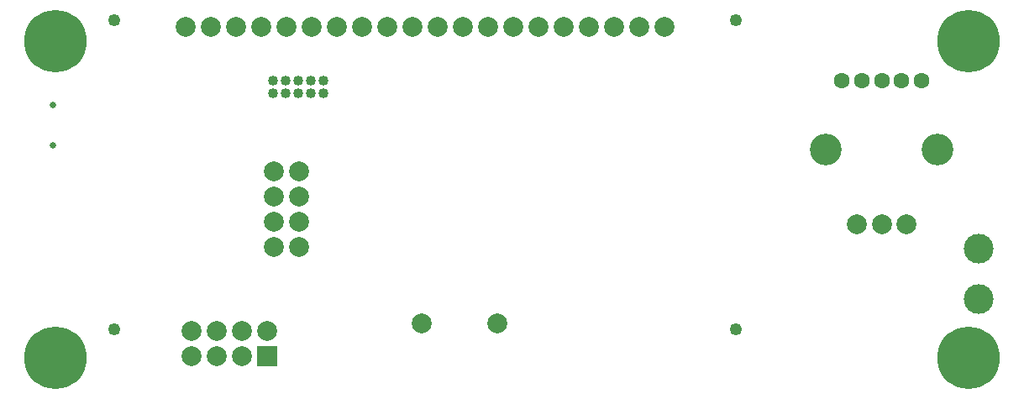
<source format=gts>
G04 #@! TF.FileFunction,Soldermask,Top*
%FSLAX46Y46*%
G04 Gerber Fmt 4.6, Leading zero omitted, Abs format (unit mm)*
G04 Created by KiCad (PCBNEW 0.201503020946+5465~21~ubuntu14.04.1-product) date Fri 06 Mar 2015 01:11:58 GMT*
%MOMM*%
G01*
G04 APERTURE LIST*
%ADD10C,0.100000*%
%ADD11C,0.650000*%
%ADD12C,1.016000*%
%ADD13C,2.000000*%
%ADD14C,1.600000*%
%ADD15C,3.200000*%
%ADD16C,1.250000*%
%ADD17C,6.300000*%
%ADD18C,0.600000*%
%ADD19C,3.000000*%
%ADD20R,2.000000X2.000000*%
G04 APERTURE END LIST*
D10*
D11*
X53700000Y-114500000D03*
X53700000Y-110500000D03*
D12*
X81000000Y-109270000D03*
X81000000Y-108000000D03*
X79730000Y-109270000D03*
X79730000Y-108000000D03*
X78460000Y-109270000D03*
X78460000Y-108000000D03*
X77190000Y-109270000D03*
X77190000Y-108000000D03*
X75920000Y-109270000D03*
X75920000Y-108000000D03*
D13*
X98500000Y-132500000D03*
X90900000Y-132500000D03*
D14*
X137250000Y-108000000D03*
X139250000Y-108000000D03*
X141250000Y-108000000D03*
X133250000Y-108000000D03*
X135250000Y-108000000D03*
D13*
X137250000Y-122500000D03*
X139750000Y-122500000D03*
X134750000Y-122500000D03*
D15*
X131650000Y-115000000D03*
X142850000Y-115000000D03*
D13*
X67090000Y-102600000D03*
X69630000Y-102600000D03*
X72170000Y-102600000D03*
X74710000Y-102600000D03*
X77250000Y-102600000D03*
X79790000Y-102600000D03*
X82330000Y-102600000D03*
X84870000Y-102600000D03*
X87410000Y-102600000D03*
X89950000Y-102600000D03*
X92490000Y-102600000D03*
X95030000Y-102600000D03*
X97570000Y-102600000D03*
X100110000Y-102600000D03*
X102650000Y-102600000D03*
X105190000Y-102600000D03*
X107730000Y-102600000D03*
X110270000Y-102600000D03*
X112810000Y-102600000D03*
X115350000Y-102600000D03*
D16*
X59900000Y-133100000D03*
X59900000Y-101900000D03*
X122600000Y-101900000D03*
X122600000Y-133100000D03*
D17*
X54000000Y-104000000D03*
D18*
X54000000Y-101500000D03*
X56500000Y-104000000D03*
X54000000Y-106500000D03*
X51500000Y-104000000D03*
X52200000Y-102200000D03*
X55800000Y-102200000D03*
X52200000Y-105800000D03*
X55800000Y-105800000D03*
D17*
X146000000Y-136000000D03*
D18*
X146000000Y-133500000D03*
X148500000Y-136000000D03*
X146000000Y-138500000D03*
X143500000Y-136000000D03*
X144200000Y-134200000D03*
X147800000Y-134200000D03*
X144200000Y-137800000D03*
X147800000Y-137800000D03*
D17*
X54000000Y-136000000D03*
D18*
X54000000Y-133500000D03*
X56500000Y-136000000D03*
X54000000Y-138500000D03*
X51500000Y-136000000D03*
X52200000Y-134200000D03*
X55800000Y-134200000D03*
X52200000Y-137800000D03*
X55800000Y-137800000D03*
D17*
X146000000Y-104000000D03*
D18*
X146000000Y-101500000D03*
X148500000Y-104000000D03*
X146000000Y-106500000D03*
X143500000Y-104000000D03*
X144200000Y-102200000D03*
X147800000Y-102200000D03*
X144200000Y-105800000D03*
X147800000Y-105800000D03*
D19*
X147000000Y-130000000D03*
X147000000Y-124920000D03*
D13*
X67690000Y-135770000D03*
X67690000Y-133230000D03*
X70230000Y-135770000D03*
X70230000Y-133230000D03*
X72770000Y-135770000D03*
X72770000Y-133230000D03*
D20*
X75310000Y-135770000D03*
D13*
X75310000Y-133230000D03*
X76020000Y-124795000D03*
X76020000Y-122255000D03*
X76020000Y-119715000D03*
X76020000Y-117175000D03*
X78560000Y-117175000D03*
X78560000Y-119715000D03*
X78560000Y-122255000D03*
X78560000Y-124795000D03*
M02*

</source>
